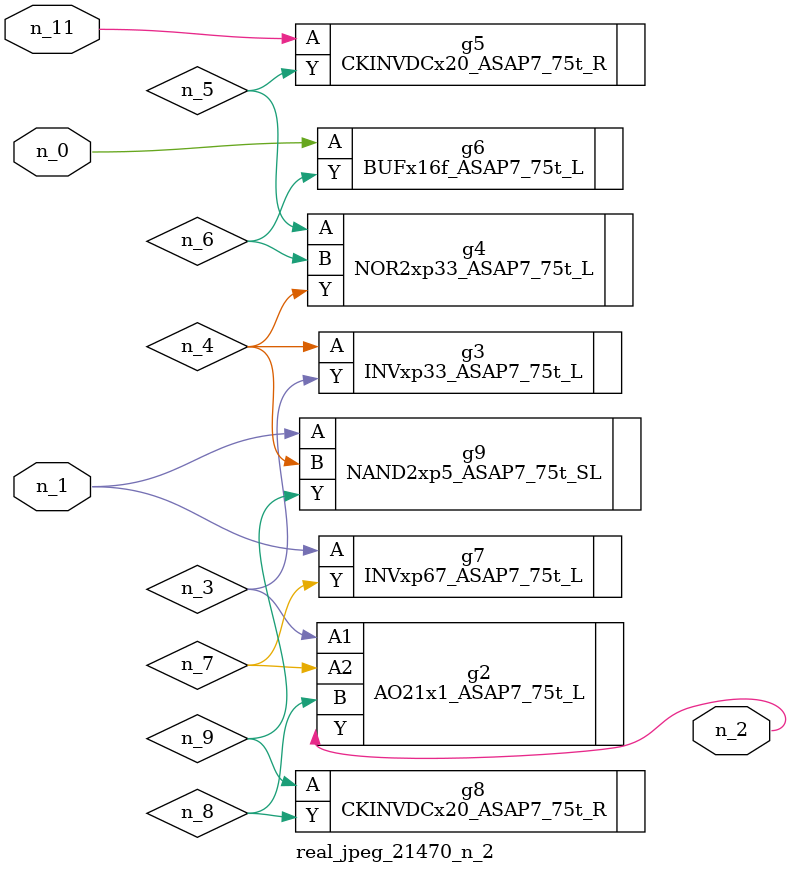
<source format=v>
module real_jpeg_21470_n_2 (n_1, n_11, n_0, n_2);

input n_1;
input n_11;
input n_0;

output n_2;

wire n_5;
wire n_4;
wire n_8;
wire n_6;
wire n_7;
wire n_3;
wire n_9;

BUFx16f_ASAP7_75t_L g6 ( 
.A(n_0),
.Y(n_6)
);

INVxp67_ASAP7_75t_L g7 ( 
.A(n_1),
.Y(n_7)
);

NAND2xp5_ASAP7_75t_SL g9 ( 
.A(n_1),
.B(n_4),
.Y(n_9)
);

AO21x1_ASAP7_75t_L g2 ( 
.A1(n_3),
.A2(n_7),
.B(n_8),
.Y(n_2)
);

INVxp33_ASAP7_75t_L g3 ( 
.A(n_4),
.Y(n_3)
);

NOR2xp33_ASAP7_75t_L g4 ( 
.A(n_5),
.B(n_6),
.Y(n_4)
);

CKINVDCx20_ASAP7_75t_R g8 ( 
.A(n_9),
.Y(n_8)
);

CKINVDCx20_ASAP7_75t_R g5 ( 
.A(n_11),
.Y(n_5)
);


endmodule
</source>
